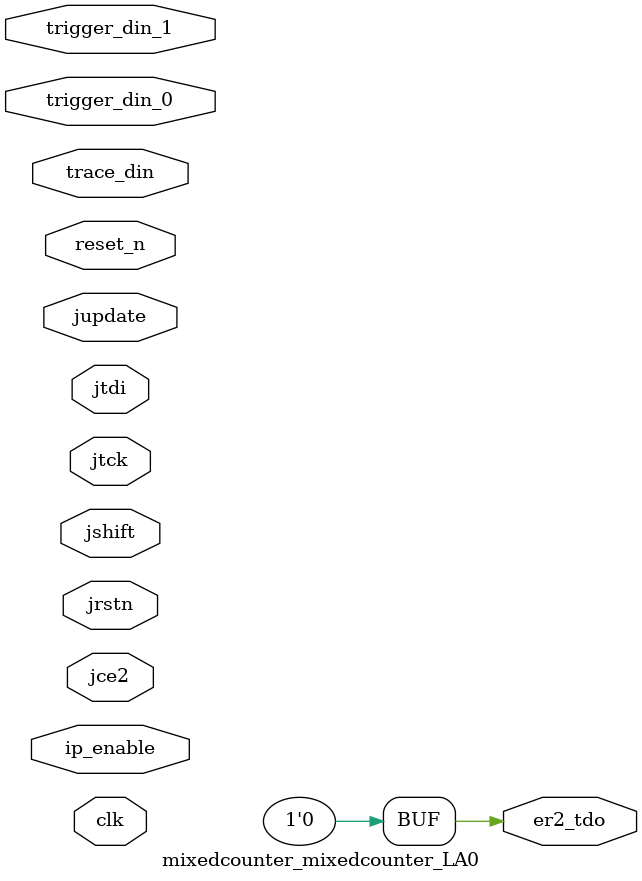
<source format=v>

/* WARNING - Changes to this file should be performed by re-running IPexpress
or modifying the .LPC file and regenerating the core.  Other changes may lead
to inconsistent simulation and/or implemenation results */

module mixedcounter_mixedcounter_LA0 (
    clk,
    reset_n,
    jtck,
    jrstn,
    jce2,
    jtdi,
    er2_tdo,
    jshift,
    jupdate,
    trigger_din_0,
    trigger_din_1,
    trace_din,
    ip_enable
);

// PARAMETERS DEFINED BY USER
localparam NUM_TRACE_SIGNALS   = 112;
localparam NUM_TRIGGER_SIGNALS = 2;
localparam INCLUDE_TRIG_DATA   = 1;
localparam NUM_TU_BITS_0       = 1;
localparam NUM_TU_BITS_1       = 1;

input  clk;
input  reset_n;
input  jtck;
input  jrstn;
input  jce2;
input  jtdi;
output er2_tdo;
input  jshift;
input  jupdate;
input  [NUM_TU_BITS_0 -1:0] trigger_din_0;
input  [NUM_TU_BITS_1 -1:0] trigger_din_1;
input  [NUM_TRACE_SIGNALS + (NUM_TRIGGER_SIGNALS * INCLUDE_TRIG_DATA) -1:0] trace_din;
input  ip_enable;

assign er2_tdo = 1'b0;

endmodule

</source>
